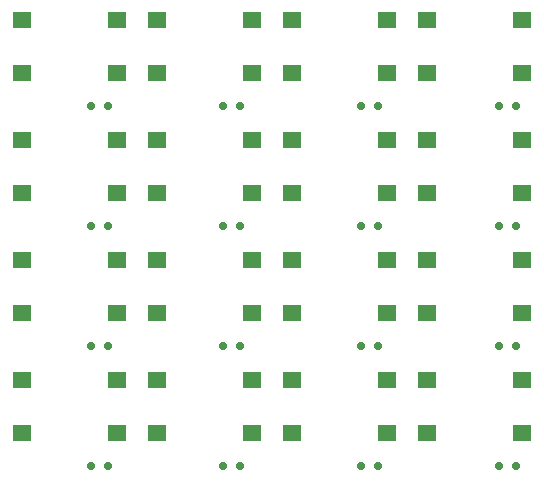
<source format=gbr>
%TF.GenerationSoftware,KiCad,Pcbnew,7.0.2*%
%TF.CreationDate,2023-04-22T16:22:17+02:00*%
%TF.ProjectId,Button_matrix,42757474-6f6e-45f6-9d61-747269782e6b,rev?*%
%TF.SameCoordinates,Original*%
%TF.FileFunction,Paste,Top*%
%TF.FilePolarity,Positive*%
%FSLAX46Y46*%
G04 Gerber Fmt 4.6, Leading zero omitted, Abs format (unit mm)*
G04 Created by KiCad (PCBNEW 7.0.2) date 2023-04-22 16:22:17*
%MOMM*%
%LPD*%
G01*
G04 APERTURE LIST*
G04 Aperture macros list*
%AMRoundRect*
0 Rectangle with rounded corners*
0 $1 Rounding radius*
0 $2 $3 $4 $5 $6 $7 $8 $9 X,Y pos of 4 corners*
0 Add a 4 corners polygon primitive as box body*
4,1,4,$2,$3,$4,$5,$6,$7,$8,$9,$2,$3,0*
0 Add four circle primitives for the rounded corners*
1,1,$1+$1,$2,$3*
1,1,$1+$1,$4,$5*
1,1,$1+$1,$6,$7*
1,1,$1+$1,$8,$9*
0 Add four rect primitives between the rounded corners*
20,1,$1+$1,$2,$3,$4,$5,0*
20,1,$1+$1,$4,$5,$6,$7,0*
20,1,$1+$1,$6,$7,$8,$9,0*
20,1,$1+$1,$8,$9,$2,$3,0*%
G04 Aperture macros list end*
%ADD10RoundRect,0.150000X0.150000X0.200000X-0.150000X0.200000X-0.150000X-0.200000X0.150000X-0.200000X0*%
%ADD11R,1.600000X1.400000*%
G04 APERTURE END LIST*
D10*
%TO.C,D14*%
X89216000Y-86360000D03*
X90616000Y-86360000D03*
%TD*%
%TO.C,D16*%
X112584000Y-86360000D03*
X113984000Y-86360000D03*
%TD*%
%TO.C,D5*%
X78040000Y-66040000D03*
X79440000Y-66040000D03*
%TD*%
%TO.C,D8*%
X112584000Y-66040000D03*
X113984000Y-66040000D03*
%TD*%
%TO.C,D12*%
X112584000Y-76200000D03*
X113984000Y-76200000D03*
%TD*%
D11*
%TO.C,SW10*%
X83630000Y-68870000D03*
X91630000Y-68870000D03*
X83630000Y-73370000D03*
X91630000Y-73370000D03*
%TD*%
D10*
%TO.C,D10*%
X89216000Y-76200000D03*
X90616000Y-76200000D03*
%TD*%
%TO.C,D7*%
X100900000Y-66040000D03*
X102300000Y-66040000D03*
%TD*%
D11*
%TO.C,SW3*%
X95060000Y-48550000D03*
X103060000Y-48550000D03*
X95060000Y-53050000D03*
X103060000Y-53050000D03*
%TD*%
%TO.C,SW8*%
X106490000Y-58710000D03*
X114490000Y-58710000D03*
X106490000Y-63210000D03*
X114490000Y-63210000D03*
%TD*%
%TO.C,SW15*%
X95060000Y-79030000D03*
X103060000Y-79030000D03*
X95060000Y-83530000D03*
X103060000Y-83530000D03*
%TD*%
%TO.C,SW14*%
X83630000Y-79030000D03*
X91630000Y-79030000D03*
X83630000Y-83530000D03*
X91630000Y-83530000D03*
%TD*%
%TO.C,SW9*%
X72200000Y-68870000D03*
X80200000Y-68870000D03*
X72200000Y-73370000D03*
X80200000Y-73370000D03*
%TD*%
D10*
%TO.C,D11*%
X100900000Y-76200000D03*
X102300000Y-76200000D03*
%TD*%
D11*
%TO.C,SW4*%
X106490000Y-48550000D03*
X114490000Y-48550000D03*
X106490000Y-53050000D03*
X114490000Y-53050000D03*
%TD*%
%TO.C,SW11*%
X95060000Y-68870000D03*
X103060000Y-68870000D03*
X95060000Y-73370000D03*
X103060000Y-73370000D03*
%TD*%
D10*
%TO.C,D6*%
X89216000Y-66040000D03*
X90616000Y-66040000D03*
%TD*%
D11*
%TO.C,SW7*%
X95060000Y-58710000D03*
X103060000Y-58710000D03*
X95060000Y-63210000D03*
X103060000Y-63210000D03*
%TD*%
D10*
%TO.C,D13*%
X78040000Y-86360000D03*
X79440000Y-86360000D03*
%TD*%
D11*
%TO.C,SW5*%
X72200000Y-58710000D03*
X80200000Y-58710000D03*
X72200000Y-63210000D03*
X80200000Y-63210000D03*
%TD*%
D10*
%TO.C,D2*%
X89216000Y-55880000D03*
X90616000Y-55880000D03*
%TD*%
%TO.C,D9*%
X78040000Y-76200000D03*
X79440000Y-76200000D03*
%TD*%
D11*
%TO.C,SW1*%
X72200000Y-48550000D03*
X80200000Y-48550000D03*
X72200000Y-53050000D03*
X80200000Y-53050000D03*
%TD*%
D10*
%TO.C,D4*%
X112584000Y-55880000D03*
X113984000Y-55880000D03*
%TD*%
%TO.C,D1*%
X78040000Y-55880000D03*
X79440000Y-55880000D03*
%TD*%
D11*
%TO.C,SW6*%
X83630000Y-58710000D03*
X91630000Y-58710000D03*
X83630000Y-63210000D03*
X91630000Y-63210000D03*
%TD*%
%TO.C,SW2*%
X83630000Y-48550000D03*
X91630000Y-48550000D03*
X83630000Y-53050000D03*
X91630000Y-53050000D03*
%TD*%
D10*
%TO.C,D15*%
X100900000Y-86360000D03*
X102300000Y-86360000D03*
%TD*%
D11*
%TO.C,SW12*%
X106490000Y-68870000D03*
X114490000Y-68870000D03*
X106490000Y-73370000D03*
X114490000Y-73370000D03*
%TD*%
D10*
%TO.C,D3*%
X100900000Y-55880000D03*
X102300000Y-55880000D03*
%TD*%
D11*
%TO.C,SW16*%
X106490000Y-79030000D03*
X114490000Y-79030000D03*
X106490000Y-83530000D03*
X114490000Y-83530000D03*
%TD*%
%TO.C,SW13*%
X72200000Y-79030000D03*
X80200000Y-79030000D03*
X72200000Y-83530000D03*
X80200000Y-83530000D03*
%TD*%
M02*

</source>
